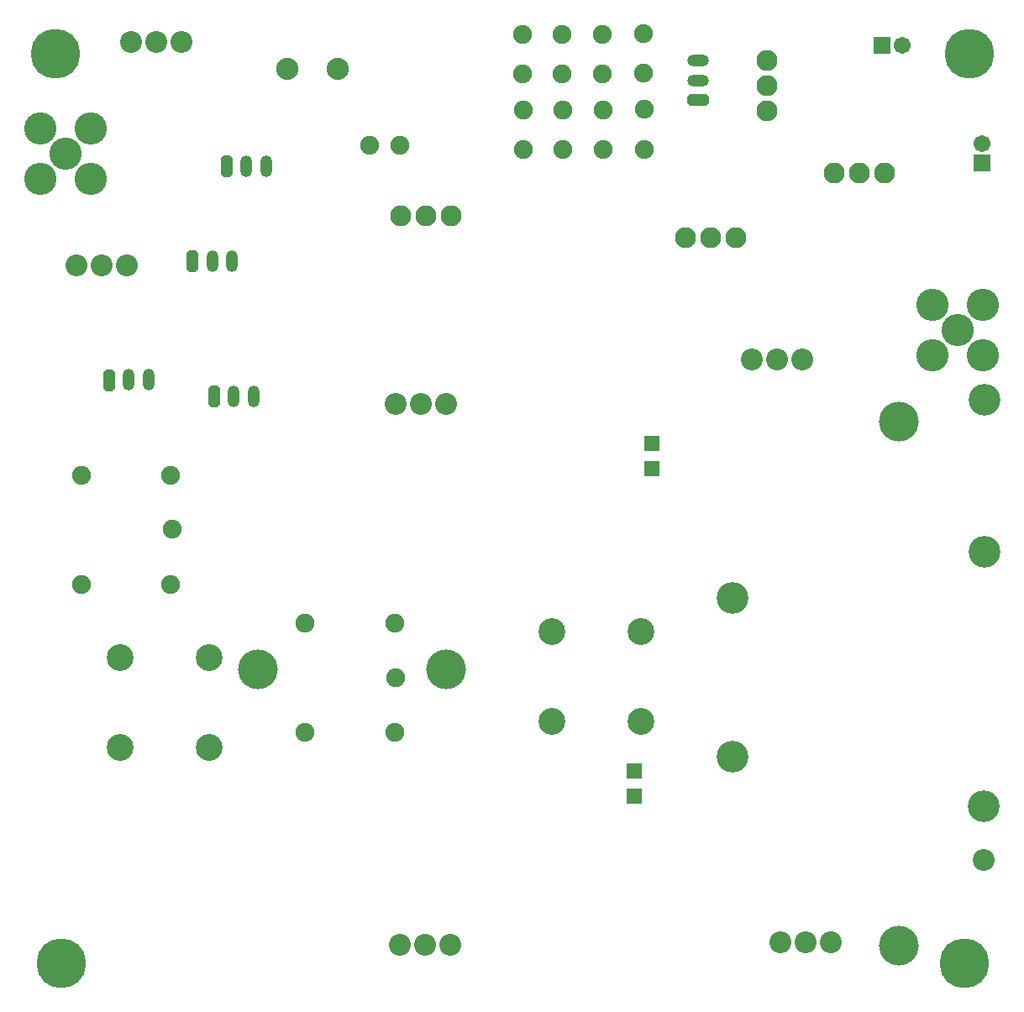
<source format=gbr>
G04 DipTrace 3.3.1.1*
G04 BottomMask.gbr*
%MOIN*%
G04 #@! TF.FileFunction,Soldermask,Bot*
G04 #@! TF.Part,Single*
%AMOUTLINE1*
4,1,8,
-0.023685,-0.031184,
-0.011499,-0.04337,
0.011499,-0.04337,
0.023685,-0.031184,
0.023685,0.031184,
0.011499,0.04337,
-0.011499,0.04337,
-0.023685,0.031184,
-0.023685,-0.031184,
0*%
%AMOUTLINE4*
4,1,8,
0.031184,-0.023685,
0.04337,-0.011499,
0.04337,0.011499,
0.031184,0.023685,
-0.031184,0.023685,
-0.04337,0.011499,
-0.04337,-0.011499,
-0.031184,-0.023685,
0.031184,-0.023685,
0*%
%ADD29R,0.059055X0.059055*%
%ADD49C,0.15748*%
%ADD50C,0.19685*%
%ADD58C,0.08674*%
%ADD60O,0.08674X0.04737*%
%ADD62C,0.082803*%
%ADD66O,0.04737X0.08674*%
%ADD68C,0.106425*%
%ADD72C,0.12611*%
%ADD78C,0.074929*%
%ADD80C,0.088*%
%ADD82C,0.067055*%
%ADD84R,0.067055X0.067055*%
%ADD86C,0.08674*%
%ADD88C,0.128*%
%ADD103OUTLINE1*%
%ADD106OUTLINE4*%
%FSLAX26Y26*%
G04*
G70*
G90*
G75*
G01*
G04 BotMask*
%LPD*%
D49*
X3896723Y2713566D3*
Y633490D3*
X1352727Y1730448D3*
X2097967Y1731396D3*
D50*
X571165Y565052D3*
X4156257Y565123D3*
X4174606Y4172951D3*
X549282Y4173214D3*
D88*
X689234Y3878016D3*
Y3678016D3*
X489234D3*
Y3878016D3*
X589234Y3778016D3*
D86*
X1049836Y4220201D3*
X949836D3*
X849836D3*
D88*
X4228361Y3176285D3*
Y2976285D3*
X4028361D3*
Y3176285D3*
X4128361Y3076285D3*
D84*
X4225362Y3740047D3*
D82*
Y3818787D3*
D86*
X4233227Y973825D3*
D84*
X3829497Y4207248D3*
D82*
X3908238D3*
D80*
X1467971Y4115406D3*
X1667971D3*
D78*
X1795345Y3811322D3*
X1913455D3*
D72*
X3234341Y2013869D3*
D78*
X1893753Y1480370D3*
D72*
X3234341Y1383948D3*
X4234042Y2197975D3*
X4233283Y1187226D3*
D78*
X2883307Y4254942D3*
X2405189Y3950476D3*
X2883307Y4097462D3*
X2405189Y3792996D3*
X1893753Y1913441D3*
X1539423Y1480370D3*
Y1913441D3*
X1899297Y1697829D3*
X2562669Y3950476D3*
Y3792996D3*
D72*
X4233661Y2799563D3*
D68*
X805335Y1422404D3*
D78*
X2720150Y3950476D3*
Y3792996D3*
X2886622Y3953151D3*
Y3795671D3*
X1006151Y2068614D3*
Y2501685D3*
X651820Y2068614D3*
Y2501685D3*
X1011694Y2286073D3*
D68*
X2517140Y1525354D3*
D78*
X2401874Y4252268D3*
Y4094787D3*
X2559354Y4252268D3*
Y4094787D3*
X2716835Y4252268D3*
Y4094787D3*
D68*
X2871471Y1525354D3*
X2517140Y1879685D3*
X2871471D3*
X1159665Y1422404D3*
X805335Y1776735D3*
X1159665D3*
D103*
X1228544Y3727838D3*
D66*
X1306225Y3728272D3*
X1385307D3*
D103*
X1092486Y3351320D3*
D66*
X1170167Y3351753D3*
X1249250D3*
D103*
X1177059Y2814421D3*
D66*
X1254740Y2814854D3*
X1333823D3*
D103*
X760490Y2878928D3*
D66*
X838171Y2879361D3*
X917253D3*
D62*
X3049164Y3442850D3*
X3149164D3*
X3249164D3*
D106*
X3099802Y3991156D3*
D60*
X3099369Y4068838D3*
Y4147920D3*
D62*
X3836810Y3700038D3*
X3736810D3*
X3636810D3*
D58*
X833259Y3334261D3*
X733259D3*
X633259D3*
X2096996Y2785197D3*
X1996996D3*
X1896996D3*
X2113693Y638765D3*
X2013693D3*
X1913693D3*
X3512546Y2962436D3*
X3412546D3*
X3312546D3*
D29*
X2913690Y2526022D3*
Y2626022D3*
D58*
X3626304Y648332D3*
X3526304D3*
X3426304D3*
D29*
X2846501Y1228274D3*
Y1328274D3*
D62*
X1919201Y3531524D3*
X2019201D3*
X2119201D3*
X3371808Y4147533D3*
Y4047533D3*
Y3947533D3*
M02*

</source>
